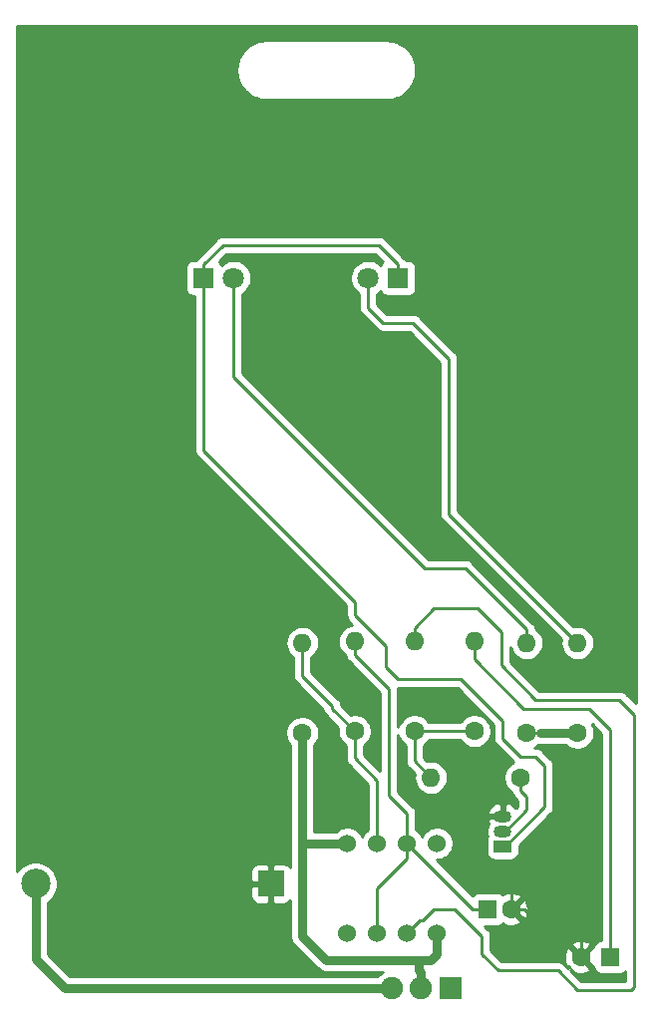
<source format=gtl>
G04 #@! TF.GenerationSoftware,KiCad,Pcbnew,5.1.1-8be2ce7~80~ubuntu18.04.1*
G04 #@! TF.CreationDate,2019-04-17T04:14:47-07:00*
G04 #@! TF.ProjectId,555_timer,3535355f-7469-46d6-9572-2e6b69636164,v01*
G04 #@! TF.SameCoordinates,Original*
G04 #@! TF.FileFunction,Copper,L1,Top*
G04 #@! TF.FilePolarity,Positive*
%FSLAX46Y46*%
G04 Gerber Fmt 4.6, Leading zero omitted, Abs format (unit mm)*
G04 Created by KiCad (PCBNEW 5.1.1-8be2ce7~80~ubuntu18.04.1) date 2019-04-17 04:14:47*
%MOMM*%
%LPD*%
G04 APERTURE LIST*
%ADD10C,1.800000*%
%ADD11R,1.800000X1.800000*%
%ADD12R,2.170000X2.170000*%
%ADD13C,2.500000*%
%ADD14R,1.600000X1.600000*%
%ADD15C,1.600000*%
%ADD16O,1.500000X1.050000*%
%ADD17R,1.500000X1.050000*%
%ADD18O,1.600000X1.600000*%
%ADD19R,1.900000X1.900000*%
%ADD20C,1.900000*%
%ADD21C,1.524000*%
%ADD22C,0.762000*%
%ADD23C,0.254000*%
G04 APERTURE END LIST*
D10*
X157480000Y-63500000D03*
D11*
X160020000Y-63500000D03*
D12*
X149225000Y-114935000D03*
D13*
X129225000Y-114935000D03*
D14*
X167640000Y-117094000D03*
D15*
X169640000Y-117094000D03*
D14*
X178054000Y-121158000D03*
D15*
X175554000Y-121158000D03*
D11*
X143510000Y-63500000D03*
D10*
X146050000Y-63500000D03*
D16*
X168910000Y-110490000D03*
X168910000Y-109220000D03*
D17*
X168910000Y-111760000D03*
D18*
X151892000Y-94488000D03*
D15*
X151892000Y-102108000D03*
X156337000Y-101981000D03*
D18*
X156337000Y-94361000D03*
D15*
X161417000Y-101981000D03*
D18*
X161417000Y-94361000D03*
D15*
X166497000Y-101981000D03*
D18*
X166497000Y-94361000D03*
X162814000Y-105918000D03*
D15*
X170434000Y-105918000D03*
X170942000Y-102108000D03*
D18*
X170942000Y-94488000D03*
X175260000Y-94488000D03*
D15*
X175260000Y-102108000D03*
D19*
X164465000Y-123825000D03*
D20*
X161965000Y-123825000D03*
X159465000Y-123825000D03*
D21*
X155702000Y-119126000D03*
X158242000Y-119126000D03*
X160782000Y-119126000D03*
X163322000Y-119126000D03*
X163322000Y-111506000D03*
X160782000Y-111506000D03*
X158242000Y-111506000D03*
X155702000Y-111506000D03*
D22*
X159465000Y-123825000D02*
X131699000Y-123825000D01*
X129225000Y-121351000D02*
X129225000Y-114935000D01*
X131699000Y-123825000D02*
X129225000Y-121351000D01*
D23*
X166370000Y-117094000D02*
X167640000Y-117094000D01*
X160782000Y-111506000D02*
X166370000Y-117094000D01*
X158242000Y-119126000D02*
X158242000Y-115316000D01*
X160782000Y-112776000D02*
X160782000Y-111506000D01*
X158242000Y-115316000D02*
X160782000Y-112776000D01*
X156337000Y-95492370D02*
X159258000Y-98413370D01*
X156337000Y-94361000D02*
X156337000Y-95492370D01*
X159258000Y-98413370D02*
X159258000Y-107442000D01*
X160782000Y-108966000D02*
X160782000Y-111506000D01*
X159258000Y-107442000D02*
X160782000Y-108966000D01*
X170771370Y-117094000D02*
X172041370Y-118364000D01*
X169640000Y-117094000D02*
X170771370Y-117094000D01*
X172041370Y-118364000D02*
X174244000Y-118364000D01*
X175554000Y-119674000D02*
X175554000Y-121158000D01*
X174244000Y-118364000D02*
X175554000Y-119674000D01*
X167906000Y-109220000D02*
X167132000Y-109994000D01*
X168910000Y-109220000D02*
X167906000Y-109220000D01*
X167132000Y-109994000D02*
X167132000Y-113030000D01*
X169640000Y-115538000D02*
X169640000Y-117094000D01*
X167132000Y-113030000D02*
X169640000Y-115538000D01*
X176276000Y-100076000D02*
X178054000Y-101854000D01*
X170688000Y-100076000D02*
X176276000Y-100076000D01*
X178054000Y-101854000D02*
X178054000Y-121158000D01*
X166497000Y-95885000D02*
X170688000Y-100076000D01*
X166497000Y-94361000D02*
X166497000Y-95885000D01*
X160020000Y-62346000D02*
X158380000Y-60706000D01*
X160020000Y-63500000D02*
X160020000Y-62346000D01*
X143510000Y-62346000D02*
X143510000Y-63500000D01*
X145150000Y-60706000D02*
X143510000Y-62346000D01*
X158380000Y-60706000D02*
X145150000Y-60706000D01*
X172466000Y-104902000D02*
X172466000Y-108429000D01*
X172466000Y-108429000D02*
X169135000Y-111760000D01*
X143510000Y-78121962D02*
X156392019Y-91003981D01*
X160020000Y-97536000D02*
X165354000Y-97536000D01*
X169135000Y-111760000D02*
X168910000Y-111760000D01*
X156392019Y-92130019D02*
X159004000Y-94742000D01*
X156392019Y-91003981D02*
X156392019Y-92130019D01*
X171704000Y-104140000D02*
X172466000Y-104902000D01*
X170434000Y-104140000D02*
X171704000Y-104140000D01*
X159004000Y-96520000D02*
X160020000Y-97536000D01*
X168910000Y-102616000D02*
X170434000Y-104140000D01*
X168910000Y-101092000D02*
X168910000Y-102616000D01*
X159004000Y-94742000D02*
X159004000Y-96520000D01*
X165354000Y-97536000D02*
X168910000Y-101092000D01*
X143510000Y-63500000D02*
X143510000Y-78121962D01*
X146050000Y-71882000D02*
X146050000Y-71628000D01*
X162306000Y-88138000D02*
X146050000Y-71882000D01*
X165723370Y-88138000D02*
X162306000Y-88138000D01*
X146050000Y-71628000D02*
X146050000Y-63500000D01*
X170942000Y-94488000D02*
X170942000Y-93356630D01*
X170942000Y-93356630D02*
X165723370Y-88138000D01*
X157480000Y-66040000D02*
X157480000Y-63500000D01*
X161290000Y-67310000D02*
X158750000Y-67310000D01*
X158750000Y-67310000D02*
X157480000Y-66040000D01*
X164338000Y-70358000D02*
X161290000Y-67310000D01*
X164338000Y-83566000D02*
X164338000Y-70358000D01*
X175260000Y-94488000D02*
X164338000Y-83566000D01*
X170434000Y-107049370D02*
X170942000Y-107557370D01*
X170434000Y-105918000D02*
X170434000Y-107049370D01*
X169135000Y-110490000D02*
X168910000Y-110490000D01*
X170942000Y-108683000D02*
X169135000Y-110490000D01*
X170942000Y-107557370D02*
X170942000Y-108683000D01*
X151892000Y-94488000D02*
X151892000Y-97282000D01*
X151892000Y-97282000D02*
X154432000Y-99822000D01*
X154432000Y-100076000D02*
X156337000Y-101981000D01*
X154432000Y-99822000D02*
X154432000Y-100076000D01*
X156337000Y-101981000D02*
X156337000Y-104267000D01*
X158242000Y-106172000D02*
X158242000Y-111506000D01*
X156337000Y-104267000D02*
X158242000Y-106172000D01*
D22*
X155702000Y-111506000D02*
X154432000Y-111506000D01*
X151892000Y-108966000D02*
X151892000Y-102108000D01*
X172073370Y-102108000D02*
X175260000Y-102108000D01*
D23*
X170942000Y-102108000D02*
X172073370Y-102108000D01*
D22*
X154432000Y-111506000D02*
X151892000Y-111506000D01*
X151892000Y-108966000D02*
X151892000Y-111506000D01*
X163322000Y-120904000D02*
X163322000Y-119126000D01*
X162814000Y-121412000D02*
X163322000Y-120904000D01*
X151892000Y-111506000D02*
X151892000Y-119380000D01*
X151892000Y-119380000D02*
X153924000Y-121412000D01*
X153924000Y-121412000D02*
X161798000Y-121412000D01*
X161798000Y-121412000D02*
X162814000Y-121412000D01*
X161798000Y-122314498D02*
X161798000Y-121412000D01*
X161965000Y-122481498D02*
X161798000Y-122314498D01*
X161965000Y-123825000D02*
X161965000Y-122481498D01*
D23*
X161417000Y-104521000D02*
X162814000Y-105918000D01*
X161417000Y-101981000D02*
X161417000Y-104521000D01*
X161417000Y-101981000D02*
X166497000Y-101981000D01*
X180086000Y-123698000D02*
X179832000Y-123952000D01*
X179832000Y-123952000D02*
X175260000Y-123952000D01*
X175260000Y-123952000D02*
X173593001Y-122285001D01*
X168513001Y-122285001D02*
X167132000Y-120904000D01*
X173593001Y-122285001D02*
X168513001Y-122285001D01*
X178816000Y-99314000D02*
X180086000Y-100584000D01*
X161417000Y-93229630D02*
X163068000Y-91578630D01*
X167132000Y-120904000D02*
X167132000Y-119380000D01*
X167132000Y-119380000D02*
X164846000Y-117094000D01*
X164846000Y-117094000D02*
X163068000Y-117094000D01*
X168783000Y-96393000D02*
X171704000Y-99314000D01*
X162125001Y-118036999D02*
X161871001Y-118036999D01*
X171704000Y-99314000D02*
X178816000Y-99314000D01*
X161871001Y-118036999D02*
X160782000Y-119126000D01*
X163068000Y-117094000D02*
X162125001Y-118036999D01*
X168783000Y-93599000D02*
X168783000Y-96393000D01*
X166762630Y-91578630D02*
X168783000Y-93599000D01*
X163068000Y-91578630D02*
X166762630Y-91578630D01*
X161417000Y-94361000D02*
X161417000Y-93229630D01*
X180086000Y-100584000D02*
X180086000Y-123698000D01*
G36*
X168148000Y-101407631D02*
G01*
X168148001Y-102578567D01*
X168144314Y-102616000D01*
X168159027Y-102765378D01*
X168202599Y-102909015D01*
X168273355Y-103041392D01*
X168341150Y-103124000D01*
X168368579Y-103157422D01*
X168397649Y-103181279D01*
X169830935Y-104614566D01*
X169754273Y-104646320D01*
X169519241Y-104803363D01*
X169319363Y-105003241D01*
X169162320Y-105238273D01*
X169054147Y-105499426D01*
X168999000Y-105776665D01*
X168999000Y-106059335D01*
X169054147Y-106336574D01*
X169162320Y-106597727D01*
X169319363Y-106832759D01*
X169519241Y-107032637D01*
X169677052Y-107138083D01*
X169683027Y-107198748D01*
X169726599Y-107342385D01*
X169797355Y-107474762D01*
X169868721Y-107561721D01*
X169892579Y-107590792D01*
X169921649Y-107614649D01*
X170180000Y-107873000D01*
X170180001Y-108367368D01*
X170049724Y-108497645D01*
X170020184Y-108455742D01*
X169854076Y-108297736D01*
X169660334Y-108175172D01*
X169446404Y-108092761D01*
X169220507Y-108053669D01*
X169037000Y-108213402D01*
X169037000Y-109093000D01*
X169057000Y-109093000D01*
X169057000Y-109330000D01*
X168628021Y-109330000D01*
X168457600Y-109346785D01*
X168456891Y-109347000D01*
X167691837Y-109347000D01*
X167566036Y-109525810D01*
X167574728Y-109587337D01*
X167667725Y-109796882D01*
X167708929Y-109855331D01*
X167608115Y-110043940D01*
X167541785Y-110262600D01*
X167519388Y-110490000D01*
X167541785Y-110717400D01*
X167605093Y-110926098D01*
X167570498Y-110990820D01*
X167534188Y-111110518D01*
X167521928Y-111235000D01*
X167521928Y-112285000D01*
X167534188Y-112409482D01*
X167570498Y-112529180D01*
X167629463Y-112639494D01*
X167708815Y-112736185D01*
X167805506Y-112815537D01*
X167915820Y-112874502D01*
X168035518Y-112910812D01*
X168160000Y-112923072D01*
X169660000Y-112923072D01*
X169784482Y-112910812D01*
X169904180Y-112874502D01*
X170014494Y-112815537D01*
X170111185Y-112736185D01*
X170190537Y-112639494D01*
X170249502Y-112529180D01*
X170285812Y-112409482D01*
X170298072Y-112285000D01*
X170298072Y-111674558D01*
X172978352Y-108994279D01*
X173007422Y-108970422D01*
X173102645Y-108854392D01*
X173173402Y-108722015D01*
X173216974Y-108578378D01*
X173228000Y-108466426D01*
X173228000Y-108466424D01*
X173231686Y-108429001D01*
X173228000Y-108391578D01*
X173228000Y-104939423D01*
X173231686Y-104902000D01*
X173228000Y-104864574D01*
X173216974Y-104752622D01*
X173173402Y-104608985D01*
X173126373Y-104521000D01*
X173102645Y-104476607D01*
X173031279Y-104389648D01*
X173007422Y-104360578D01*
X172978353Y-104336722D01*
X172269284Y-103627653D01*
X172245422Y-103598578D01*
X172129392Y-103503355D01*
X171997015Y-103432598D01*
X171853378Y-103389026D01*
X171741426Y-103378000D01*
X171741423Y-103378000D01*
X171704000Y-103374314D01*
X171666577Y-103378000D01*
X171624241Y-103378000D01*
X171856759Y-103222637D01*
X171961499Y-103117897D01*
X172023468Y-103124000D01*
X174246604Y-103124000D01*
X174345241Y-103222637D01*
X174580273Y-103379680D01*
X174841426Y-103487853D01*
X175118665Y-103543000D01*
X175401335Y-103543000D01*
X175678574Y-103487853D01*
X175939727Y-103379680D01*
X176174759Y-103222637D01*
X176374637Y-103022759D01*
X176531680Y-102787727D01*
X176639853Y-102526574D01*
X176695000Y-102249335D01*
X176695000Y-101966665D01*
X176639853Y-101689426D01*
X176531680Y-101428273D01*
X176493495Y-101371125D01*
X177292000Y-102169630D01*
X177292001Y-119719928D01*
X177254000Y-119719928D01*
X177129518Y-119732188D01*
X177009820Y-119768498D01*
X176899506Y-119827463D01*
X176802815Y-119906815D01*
X176723463Y-120003506D01*
X176664498Y-120113820D01*
X176628188Y-120233518D01*
X176615928Y-120358000D01*
X176615928Y-120365215D01*
X176546702Y-120344903D01*
X175733605Y-121158000D01*
X176546702Y-121971097D01*
X176615928Y-121950785D01*
X176615928Y-121958000D01*
X176628188Y-122082482D01*
X176664498Y-122202180D01*
X176723463Y-122312494D01*
X176802815Y-122409185D01*
X176899506Y-122488537D01*
X177009820Y-122547502D01*
X177129518Y-122583812D01*
X177254000Y-122596072D01*
X178854000Y-122596072D01*
X178978482Y-122583812D01*
X179098180Y-122547502D01*
X179208494Y-122488537D01*
X179305185Y-122409185D01*
X179324001Y-122386258D01*
X179324001Y-123190000D01*
X175575630Y-123190000D01*
X174638619Y-122252989D01*
X174740903Y-122150704D01*
X174812486Y-122394671D01*
X175067996Y-122515571D01*
X175342184Y-122584300D01*
X175624512Y-122598217D01*
X175904130Y-122556787D01*
X176170292Y-122461603D01*
X176295514Y-122394671D01*
X176367097Y-122150702D01*
X175554000Y-121337605D01*
X175539858Y-121351748D01*
X175360253Y-121172143D01*
X175374395Y-121158000D01*
X174561298Y-120344903D01*
X174317329Y-120416486D01*
X174196429Y-120671996D01*
X174127700Y-120946184D01*
X174113783Y-121228512D01*
X174155213Y-121508130D01*
X174250397Y-121774292D01*
X174317329Y-121899514D01*
X174561296Y-121971097D01*
X174459011Y-122073381D01*
X174158285Y-121772655D01*
X174134423Y-121743579D01*
X174018393Y-121648356D01*
X173886016Y-121577599D01*
X173742379Y-121534027D01*
X173630427Y-121523001D01*
X173630424Y-121523001D01*
X173593001Y-121519315D01*
X173555578Y-121523001D01*
X168828632Y-121523001D01*
X167894000Y-120588370D01*
X167894000Y-120165298D01*
X174740903Y-120165298D01*
X175554000Y-120978395D01*
X176367097Y-120165298D01*
X176295514Y-119921329D01*
X176040004Y-119800429D01*
X175765816Y-119731700D01*
X175483488Y-119717783D01*
X175203870Y-119759213D01*
X174937708Y-119854397D01*
X174812486Y-119921329D01*
X174740903Y-120165298D01*
X167894000Y-120165298D01*
X167894000Y-119417422D01*
X167897686Y-119379999D01*
X167894000Y-119342574D01*
X167882974Y-119230622D01*
X167839402Y-119086985D01*
X167768645Y-118954608D01*
X167673422Y-118838578D01*
X167644352Y-118814721D01*
X167361703Y-118532072D01*
X168440000Y-118532072D01*
X168564482Y-118519812D01*
X168684180Y-118483502D01*
X168794494Y-118424537D01*
X168891185Y-118345185D01*
X168901807Y-118332242D01*
X169153996Y-118451571D01*
X169428184Y-118520300D01*
X169710512Y-118534217D01*
X169990130Y-118492787D01*
X170256292Y-118397603D01*
X170381514Y-118330671D01*
X170453097Y-118086702D01*
X169640000Y-117273605D01*
X169625858Y-117287748D01*
X169446253Y-117108143D01*
X169460395Y-117094000D01*
X169819605Y-117094000D01*
X170632702Y-117907097D01*
X170876671Y-117835514D01*
X170997571Y-117580004D01*
X171066300Y-117305816D01*
X171080217Y-117023488D01*
X171038787Y-116743870D01*
X170943603Y-116477708D01*
X170876671Y-116352486D01*
X170632702Y-116280903D01*
X169819605Y-117094000D01*
X169460395Y-117094000D01*
X169446253Y-117079858D01*
X169625858Y-116900253D01*
X169640000Y-116914395D01*
X170453097Y-116101298D01*
X170381514Y-115857329D01*
X170126004Y-115736429D01*
X169851816Y-115667700D01*
X169569488Y-115653783D01*
X169289870Y-115695213D01*
X169023708Y-115790397D01*
X168901691Y-115855616D01*
X168891185Y-115842815D01*
X168794494Y-115763463D01*
X168684180Y-115704498D01*
X168564482Y-115668188D01*
X168440000Y-115655928D01*
X166840000Y-115655928D01*
X166715518Y-115668188D01*
X166595820Y-115704498D01*
X166485506Y-115763463D01*
X166388815Y-115842815D01*
X166309463Y-115939506D01*
X166303776Y-115950145D01*
X163256630Y-112903000D01*
X163459592Y-112903000D01*
X163729490Y-112849314D01*
X163983727Y-112744005D01*
X164212535Y-112591120D01*
X164407120Y-112396535D01*
X164560005Y-112167727D01*
X164665314Y-111913490D01*
X164719000Y-111643592D01*
X164719000Y-111368408D01*
X164665314Y-111098510D01*
X164560005Y-110844273D01*
X164407120Y-110615465D01*
X164212535Y-110420880D01*
X163983727Y-110267995D01*
X163729490Y-110162686D01*
X163459592Y-110109000D01*
X163184408Y-110109000D01*
X162914510Y-110162686D01*
X162660273Y-110267995D01*
X162431465Y-110420880D01*
X162236880Y-110615465D01*
X162083995Y-110844273D01*
X162052000Y-110921515D01*
X162020005Y-110844273D01*
X161867120Y-110615465D01*
X161672535Y-110420880D01*
X161544000Y-110334995D01*
X161544000Y-109003422D01*
X161547686Y-108965999D01*
X161542583Y-108914190D01*
X167566036Y-108914190D01*
X167691837Y-109093000D01*
X168783000Y-109093000D01*
X168783000Y-108213402D01*
X168599493Y-108053669D01*
X168373596Y-108092761D01*
X168159666Y-108175172D01*
X167965924Y-108297736D01*
X167799816Y-108455742D01*
X167667725Y-108643118D01*
X167574728Y-108852663D01*
X167566036Y-108914190D01*
X161542583Y-108914190D01*
X161532974Y-108816622D01*
X161489402Y-108672985D01*
X161418645Y-108540608D01*
X161323422Y-108424578D01*
X161294353Y-108400722D01*
X160020000Y-107126370D01*
X160020000Y-102313371D01*
X160037147Y-102399574D01*
X160145320Y-102660727D01*
X160302363Y-102895759D01*
X160502241Y-103095637D01*
X160655000Y-103197707D01*
X160655001Y-104483567D01*
X160651314Y-104521000D01*
X160666027Y-104670378D01*
X160709599Y-104814015D01*
X160780355Y-104946392D01*
X160851175Y-105032686D01*
X160875579Y-105062422D01*
X160904649Y-105086279D01*
X161412634Y-105594264D01*
X161399764Y-105636691D01*
X161372057Y-105918000D01*
X161399764Y-106199309D01*
X161481818Y-106469808D01*
X161615068Y-106719101D01*
X161794392Y-106937608D01*
X162012899Y-107116932D01*
X162262192Y-107250182D01*
X162532691Y-107332236D01*
X162743508Y-107353000D01*
X162884492Y-107353000D01*
X163095309Y-107332236D01*
X163365808Y-107250182D01*
X163615101Y-107116932D01*
X163833608Y-106937608D01*
X164012932Y-106719101D01*
X164146182Y-106469808D01*
X164228236Y-106199309D01*
X164255943Y-105918000D01*
X164228236Y-105636691D01*
X164146182Y-105366192D01*
X164012932Y-105116899D01*
X163833608Y-104898392D01*
X163615101Y-104719068D01*
X163365808Y-104585818D01*
X163095309Y-104503764D01*
X162884492Y-104483000D01*
X162743508Y-104483000D01*
X162532691Y-104503764D01*
X162490264Y-104516634D01*
X162179000Y-104205370D01*
X162179000Y-103197707D01*
X162331759Y-103095637D01*
X162531637Y-102895759D01*
X162633707Y-102743000D01*
X165280293Y-102743000D01*
X165382363Y-102895759D01*
X165582241Y-103095637D01*
X165817273Y-103252680D01*
X166078426Y-103360853D01*
X166355665Y-103416000D01*
X166638335Y-103416000D01*
X166915574Y-103360853D01*
X167176727Y-103252680D01*
X167411759Y-103095637D01*
X167611637Y-102895759D01*
X167768680Y-102660727D01*
X167876853Y-102399574D01*
X167932000Y-102122335D01*
X167932000Y-101839665D01*
X167876853Y-101562426D01*
X167768680Y-101301273D01*
X167611637Y-101066241D01*
X167411759Y-100866363D01*
X167176727Y-100709320D01*
X166915574Y-100601147D01*
X166638335Y-100546000D01*
X166355665Y-100546000D01*
X166078426Y-100601147D01*
X165817273Y-100709320D01*
X165582241Y-100866363D01*
X165382363Y-101066241D01*
X165280293Y-101219000D01*
X162633707Y-101219000D01*
X162531637Y-101066241D01*
X162331759Y-100866363D01*
X162096727Y-100709320D01*
X161835574Y-100601147D01*
X161558335Y-100546000D01*
X161275665Y-100546000D01*
X160998426Y-100601147D01*
X160737273Y-100709320D01*
X160502241Y-100866363D01*
X160302363Y-101066241D01*
X160145320Y-101301273D01*
X160037147Y-101562426D01*
X160020000Y-101648629D01*
X160020000Y-98450793D01*
X160023686Y-98413370D01*
X160012614Y-98300959D01*
X160020000Y-98301686D01*
X160057423Y-98298000D01*
X165038370Y-98298000D01*
X168148000Y-101407631D01*
X168148000Y-101407631D01*
G37*
X168148000Y-101407631D02*
X168148001Y-102578567D01*
X168144314Y-102616000D01*
X168159027Y-102765378D01*
X168202599Y-102909015D01*
X168273355Y-103041392D01*
X168341150Y-103124000D01*
X168368579Y-103157422D01*
X168397649Y-103181279D01*
X169830935Y-104614566D01*
X169754273Y-104646320D01*
X169519241Y-104803363D01*
X169319363Y-105003241D01*
X169162320Y-105238273D01*
X169054147Y-105499426D01*
X168999000Y-105776665D01*
X168999000Y-106059335D01*
X169054147Y-106336574D01*
X169162320Y-106597727D01*
X169319363Y-106832759D01*
X169519241Y-107032637D01*
X169677052Y-107138083D01*
X169683027Y-107198748D01*
X169726599Y-107342385D01*
X169797355Y-107474762D01*
X169868721Y-107561721D01*
X169892579Y-107590792D01*
X169921649Y-107614649D01*
X170180000Y-107873000D01*
X170180001Y-108367368D01*
X170049724Y-108497645D01*
X170020184Y-108455742D01*
X169854076Y-108297736D01*
X169660334Y-108175172D01*
X169446404Y-108092761D01*
X169220507Y-108053669D01*
X169037000Y-108213402D01*
X169037000Y-109093000D01*
X169057000Y-109093000D01*
X169057000Y-109330000D01*
X168628021Y-109330000D01*
X168457600Y-109346785D01*
X168456891Y-109347000D01*
X167691837Y-109347000D01*
X167566036Y-109525810D01*
X167574728Y-109587337D01*
X167667725Y-109796882D01*
X167708929Y-109855331D01*
X167608115Y-110043940D01*
X167541785Y-110262600D01*
X167519388Y-110490000D01*
X167541785Y-110717400D01*
X167605093Y-110926098D01*
X167570498Y-110990820D01*
X167534188Y-111110518D01*
X167521928Y-111235000D01*
X167521928Y-112285000D01*
X167534188Y-112409482D01*
X167570498Y-112529180D01*
X167629463Y-112639494D01*
X167708815Y-112736185D01*
X167805506Y-112815537D01*
X167915820Y-112874502D01*
X168035518Y-112910812D01*
X168160000Y-112923072D01*
X169660000Y-112923072D01*
X169784482Y-112910812D01*
X169904180Y-112874502D01*
X170014494Y-112815537D01*
X170111185Y-112736185D01*
X170190537Y-112639494D01*
X170249502Y-112529180D01*
X170285812Y-112409482D01*
X170298072Y-112285000D01*
X170298072Y-111674558D01*
X172978352Y-108994279D01*
X173007422Y-108970422D01*
X173102645Y-108854392D01*
X173173402Y-108722015D01*
X173216974Y-108578378D01*
X173228000Y-108466426D01*
X173228000Y-108466424D01*
X173231686Y-108429001D01*
X173228000Y-108391578D01*
X173228000Y-104939423D01*
X173231686Y-104902000D01*
X173228000Y-104864574D01*
X173216974Y-104752622D01*
X173173402Y-104608985D01*
X173126373Y-104521000D01*
X173102645Y-104476607D01*
X173031279Y-104389648D01*
X173007422Y-104360578D01*
X172978353Y-104336722D01*
X172269284Y-103627653D01*
X172245422Y-103598578D01*
X172129392Y-103503355D01*
X171997015Y-103432598D01*
X171853378Y-103389026D01*
X171741426Y-103378000D01*
X171741423Y-103378000D01*
X171704000Y-103374314D01*
X171666577Y-103378000D01*
X171624241Y-103378000D01*
X171856759Y-103222637D01*
X171961499Y-103117897D01*
X172023468Y-103124000D01*
X174246604Y-103124000D01*
X174345241Y-103222637D01*
X174580273Y-103379680D01*
X174841426Y-103487853D01*
X175118665Y-103543000D01*
X175401335Y-103543000D01*
X175678574Y-103487853D01*
X175939727Y-103379680D01*
X176174759Y-103222637D01*
X176374637Y-103022759D01*
X176531680Y-102787727D01*
X176639853Y-102526574D01*
X176695000Y-102249335D01*
X176695000Y-101966665D01*
X176639853Y-101689426D01*
X176531680Y-101428273D01*
X176493495Y-101371125D01*
X177292000Y-102169630D01*
X177292001Y-119719928D01*
X177254000Y-119719928D01*
X177129518Y-119732188D01*
X177009820Y-119768498D01*
X176899506Y-119827463D01*
X176802815Y-119906815D01*
X176723463Y-120003506D01*
X176664498Y-120113820D01*
X176628188Y-120233518D01*
X176615928Y-120358000D01*
X176615928Y-120365215D01*
X176546702Y-120344903D01*
X175733605Y-121158000D01*
X176546702Y-121971097D01*
X176615928Y-121950785D01*
X176615928Y-121958000D01*
X176628188Y-122082482D01*
X176664498Y-122202180D01*
X176723463Y-122312494D01*
X176802815Y-122409185D01*
X176899506Y-122488537D01*
X177009820Y-122547502D01*
X177129518Y-122583812D01*
X177254000Y-122596072D01*
X178854000Y-122596072D01*
X178978482Y-122583812D01*
X179098180Y-122547502D01*
X179208494Y-122488537D01*
X179305185Y-122409185D01*
X179324001Y-122386258D01*
X179324001Y-123190000D01*
X175575630Y-123190000D01*
X174638619Y-122252989D01*
X174740903Y-122150704D01*
X174812486Y-122394671D01*
X175067996Y-122515571D01*
X175342184Y-122584300D01*
X175624512Y-122598217D01*
X175904130Y-122556787D01*
X176170292Y-122461603D01*
X176295514Y-122394671D01*
X176367097Y-122150702D01*
X175554000Y-121337605D01*
X175539858Y-121351748D01*
X175360253Y-121172143D01*
X175374395Y-121158000D01*
X174561298Y-120344903D01*
X174317329Y-120416486D01*
X174196429Y-120671996D01*
X174127700Y-120946184D01*
X174113783Y-121228512D01*
X174155213Y-121508130D01*
X174250397Y-121774292D01*
X174317329Y-121899514D01*
X174561296Y-121971097D01*
X174459011Y-122073381D01*
X174158285Y-121772655D01*
X174134423Y-121743579D01*
X174018393Y-121648356D01*
X173886016Y-121577599D01*
X173742379Y-121534027D01*
X173630427Y-121523001D01*
X173630424Y-121523001D01*
X173593001Y-121519315D01*
X173555578Y-121523001D01*
X168828632Y-121523001D01*
X167894000Y-120588370D01*
X167894000Y-120165298D01*
X174740903Y-120165298D01*
X175554000Y-120978395D01*
X176367097Y-120165298D01*
X176295514Y-119921329D01*
X176040004Y-119800429D01*
X175765816Y-119731700D01*
X175483488Y-119717783D01*
X175203870Y-119759213D01*
X174937708Y-119854397D01*
X174812486Y-119921329D01*
X174740903Y-120165298D01*
X167894000Y-120165298D01*
X167894000Y-119417422D01*
X167897686Y-119379999D01*
X167894000Y-119342574D01*
X167882974Y-119230622D01*
X167839402Y-119086985D01*
X167768645Y-118954608D01*
X167673422Y-118838578D01*
X167644352Y-118814721D01*
X167361703Y-118532072D01*
X168440000Y-118532072D01*
X168564482Y-118519812D01*
X168684180Y-118483502D01*
X168794494Y-118424537D01*
X168891185Y-118345185D01*
X168901807Y-118332242D01*
X169153996Y-118451571D01*
X169428184Y-118520300D01*
X169710512Y-118534217D01*
X169990130Y-118492787D01*
X170256292Y-118397603D01*
X170381514Y-118330671D01*
X170453097Y-118086702D01*
X169640000Y-117273605D01*
X169625858Y-117287748D01*
X169446253Y-117108143D01*
X169460395Y-117094000D01*
X169819605Y-117094000D01*
X170632702Y-117907097D01*
X170876671Y-117835514D01*
X170997571Y-117580004D01*
X171066300Y-117305816D01*
X171080217Y-117023488D01*
X171038787Y-116743870D01*
X170943603Y-116477708D01*
X170876671Y-116352486D01*
X170632702Y-116280903D01*
X169819605Y-117094000D01*
X169460395Y-117094000D01*
X169446253Y-117079858D01*
X169625858Y-116900253D01*
X169640000Y-116914395D01*
X170453097Y-116101298D01*
X170381514Y-115857329D01*
X170126004Y-115736429D01*
X169851816Y-115667700D01*
X169569488Y-115653783D01*
X169289870Y-115695213D01*
X169023708Y-115790397D01*
X168901691Y-115855616D01*
X168891185Y-115842815D01*
X168794494Y-115763463D01*
X168684180Y-115704498D01*
X168564482Y-115668188D01*
X168440000Y-115655928D01*
X166840000Y-115655928D01*
X166715518Y-115668188D01*
X166595820Y-115704498D01*
X166485506Y-115763463D01*
X166388815Y-115842815D01*
X166309463Y-115939506D01*
X166303776Y-115950145D01*
X163256630Y-112903000D01*
X163459592Y-112903000D01*
X163729490Y-112849314D01*
X163983727Y-112744005D01*
X164212535Y-112591120D01*
X164407120Y-112396535D01*
X164560005Y-112167727D01*
X164665314Y-111913490D01*
X164719000Y-111643592D01*
X164719000Y-111368408D01*
X164665314Y-111098510D01*
X164560005Y-110844273D01*
X164407120Y-110615465D01*
X164212535Y-110420880D01*
X163983727Y-110267995D01*
X163729490Y-110162686D01*
X163459592Y-110109000D01*
X163184408Y-110109000D01*
X162914510Y-110162686D01*
X162660273Y-110267995D01*
X162431465Y-110420880D01*
X162236880Y-110615465D01*
X162083995Y-110844273D01*
X162052000Y-110921515D01*
X162020005Y-110844273D01*
X161867120Y-110615465D01*
X161672535Y-110420880D01*
X161544000Y-110334995D01*
X161544000Y-109003422D01*
X161547686Y-108965999D01*
X161542583Y-108914190D01*
X167566036Y-108914190D01*
X167691837Y-109093000D01*
X168783000Y-109093000D01*
X168783000Y-108213402D01*
X168599493Y-108053669D01*
X168373596Y-108092761D01*
X168159666Y-108175172D01*
X167965924Y-108297736D01*
X167799816Y-108455742D01*
X167667725Y-108643118D01*
X167574728Y-108852663D01*
X167566036Y-108914190D01*
X161542583Y-108914190D01*
X161532974Y-108816622D01*
X161489402Y-108672985D01*
X161418645Y-108540608D01*
X161323422Y-108424578D01*
X161294353Y-108400722D01*
X160020000Y-107126370D01*
X160020000Y-102313371D01*
X160037147Y-102399574D01*
X160145320Y-102660727D01*
X160302363Y-102895759D01*
X160502241Y-103095637D01*
X160655000Y-103197707D01*
X160655001Y-104483567D01*
X160651314Y-104521000D01*
X160666027Y-104670378D01*
X160709599Y-104814015D01*
X160780355Y-104946392D01*
X160851175Y-105032686D01*
X160875579Y-105062422D01*
X160904649Y-105086279D01*
X161412634Y-105594264D01*
X161399764Y-105636691D01*
X161372057Y-105918000D01*
X161399764Y-106199309D01*
X161481818Y-106469808D01*
X161615068Y-106719101D01*
X161794392Y-106937608D01*
X162012899Y-107116932D01*
X162262192Y-107250182D01*
X162532691Y-107332236D01*
X162743508Y-107353000D01*
X162884492Y-107353000D01*
X163095309Y-107332236D01*
X163365808Y-107250182D01*
X163615101Y-107116932D01*
X163833608Y-106937608D01*
X164012932Y-106719101D01*
X164146182Y-106469808D01*
X164228236Y-106199309D01*
X164255943Y-105918000D01*
X164228236Y-105636691D01*
X164146182Y-105366192D01*
X164012932Y-105116899D01*
X163833608Y-104898392D01*
X163615101Y-104719068D01*
X163365808Y-104585818D01*
X163095309Y-104503764D01*
X162884492Y-104483000D01*
X162743508Y-104483000D01*
X162532691Y-104503764D01*
X162490264Y-104516634D01*
X162179000Y-104205370D01*
X162179000Y-103197707D01*
X162331759Y-103095637D01*
X162531637Y-102895759D01*
X162633707Y-102743000D01*
X165280293Y-102743000D01*
X165382363Y-102895759D01*
X165582241Y-103095637D01*
X165817273Y-103252680D01*
X166078426Y-103360853D01*
X166355665Y-103416000D01*
X166638335Y-103416000D01*
X166915574Y-103360853D01*
X167176727Y-103252680D01*
X167411759Y-103095637D01*
X167611637Y-102895759D01*
X167768680Y-102660727D01*
X167876853Y-102399574D01*
X167932000Y-102122335D01*
X167932000Y-101839665D01*
X167876853Y-101562426D01*
X167768680Y-101301273D01*
X167611637Y-101066241D01*
X167411759Y-100866363D01*
X167176727Y-100709320D01*
X166915574Y-100601147D01*
X166638335Y-100546000D01*
X166355665Y-100546000D01*
X166078426Y-100601147D01*
X165817273Y-100709320D01*
X165582241Y-100866363D01*
X165382363Y-101066241D01*
X165280293Y-101219000D01*
X162633707Y-101219000D01*
X162531637Y-101066241D01*
X162331759Y-100866363D01*
X162096727Y-100709320D01*
X161835574Y-100601147D01*
X161558335Y-100546000D01*
X161275665Y-100546000D01*
X160998426Y-100601147D01*
X160737273Y-100709320D01*
X160502241Y-100866363D01*
X160302363Y-101066241D01*
X160145320Y-101301273D01*
X160037147Y-101562426D01*
X160020000Y-101648629D01*
X160020000Y-98450793D01*
X160023686Y-98413370D01*
X160012614Y-98300959D01*
X160020000Y-98301686D01*
X160057423Y-98298000D01*
X165038370Y-98298000D01*
X168148000Y-101407631D01*
G36*
X180188000Y-99608370D02*
G01*
X179381284Y-98801654D01*
X179357422Y-98772578D01*
X179241392Y-98677355D01*
X179109015Y-98606598D01*
X178965378Y-98563026D01*
X178853426Y-98552000D01*
X178853423Y-98552000D01*
X178816000Y-98548314D01*
X178778577Y-98552000D01*
X172019631Y-98552000D01*
X169545000Y-96077370D01*
X169545000Y-94826129D01*
X169609818Y-95039808D01*
X169743068Y-95289101D01*
X169922392Y-95507608D01*
X170140899Y-95686932D01*
X170390192Y-95820182D01*
X170660691Y-95902236D01*
X170871508Y-95923000D01*
X171012492Y-95923000D01*
X171223309Y-95902236D01*
X171493808Y-95820182D01*
X171743101Y-95686932D01*
X171961608Y-95507608D01*
X172140932Y-95289101D01*
X172274182Y-95039808D01*
X172356236Y-94769309D01*
X172383943Y-94488000D01*
X172356236Y-94206691D01*
X172274182Y-93936192D01*
X172140932Y-93686899D01*
X171961608Y-93468392D01*
X171743101Y-93289068D01*
X171698694Y-93265332D01*
X171692974Y-93207252D01*
X171649402Y-93063615D01*
X171578645Y-92931238D01*
X171483422Y-92815208D01*
X171454352Y-92791351D01*
X166288654Y-87625654D01*
X166264792Y-87596578D01*
X166148762Y-87501355D01*
X166016385Y-87430598D01*
X165872748Y-87387026D01*
X165760796Y-87376000D01*
X165760793Y-87376000D01*
X165723370Y-87372314D01*
X165685947Y-87376000D01*
X162621630Y-87376000D01*
X146812000Y-71566370D01*
X146812000Y-64836976D01*
X147028505Y-64692312D01*
X147242312Y-64478505D01*
X147410299Y-64227095D01*
X147526011Y-63947743D01*
X147585000Y-63651184D01*
X147585000Y-63348816D01*
X147526011Y-63052257D01*
X147410299Y-62772905D01*
X147242312Y-62521495D01*
X147028505Y-62307688D01*
X146777095Y-62139701D01*
X146497743Y-62023989D01*
X146201184Y-61965000D01*
X145898816Y-61965000D01*
X145602257Y-62023989D01*
X145322905Y-62139701D01*
X145071495Y-62307688D01*
X145005056Y-62374127D01*
X144999502Y-62355820D01*
X144940537Y-62245506D01*
X144861185Y-62148815D01*
X144819239Y-62114391D01*
X145465631Y-61468000D01*
X158064370Y-61468000D01*
X158710761Y-62114391D01*
X158668815Y-62148815D01*
X158589463Y-62245506D01*
X158530498Y-62355820D01*
X158524944Y-62374127D01*
X158458505Y-62307688D01*
X158207095Y-62139701D01*
X157927743Y-62023989D01*
X157631184Y-61965000D01*
X157328816Y-61965000D01*
X157032257Y-62023989D01*
X156752905Y-62139701D01*
X156501495Y-62307688D01*
X156287688Y-62521495D01*
X156119701Y-62772905D01*
X156003989Y-63052257D01*
X155945000Y-63348816D01*
X155945000Y-63651184D01*
X156003989Y-63947743D01*
X156119701Y-64227095D01*
X156287688Y-64478505D01*
X156501495Y-64692312D01*
X156718000Y-64836977D01*
X156718000Y-66002577D01*
X156714314Y-66040000D01*
X156718000Y-66077423D01*
X156718000Y-66077425D01*
X156729026Y-66189377D01*
X156772598Y-66333014D01*
X156772599Y-66333015D01*
X156843355Y-66465392D01*
X156882983Y-66513678D01*
X156938578Y-66581422D01*
X156967654Y-66605284D01*
X158184720Y-67822351D01*
X158208578Y-67851422D01*
X158324608Y-67946645D01*
X158456985Y-68017402D01*
X158600622Y-68060974D01*
X158712574Y-68072000D01*
X158712576Y-68072000D01*
X158749999Y-68075686D01*
X158787422Y-68072000D01*
X160974370Y-68072000D01*
X163576001Y-70673632D01*
X163576000Y-83528577D01*
X163572314Y-83566000D01*
X163576000Y-83603423D01*
X163576000Y-83603425D01*
X163587026Y-83715377D01*
X163630598Y-83859014D01*
X163630599Y-83859015D01*
X163701355Y-83991392D01*
X163740983Y-84039678D01*
X163796578Y-84107422D01*
X163825654Y-84131284D01*
X173858634Y-94164264D01*
X173845764Y-94206691D01*
X173818057Y-94488000D01*
X173845764Y-94769309D01*
X173927818Y-95039808D01*
X174061068Y-95289101D01*
X174240392Y-95507608D01*
X174458899Y-95686932D01*
X174708192Y-95820182D01*
X174978691Y-95902236D01*
X175189508Y-95923000D01*
X175330492Y-95923000D01*
X175541309Y-95902236D01*
X175811808Y-95820182D01*
X176061101Y-95686932D01*
X176279608Y-95507608D01*
X176458932Y-95289101D01*
X176592182Y-95039808D01*
X176674236Y-94769309D01*
X176701943Y-94488000D01*
X176674236Y-94206691D01*
X176592182Y-93936192D01*
X176458932Y-93686899D01*
X176279608Y-93468392D01*
X176061101Y-93289068D01*
X175811808Y-93155818D01*
X175541309Y-93073764D01*
X175330492Y-93053000D01*
X175189508Y-93053000D01*
X174978691Y-93073764D01*
X174936264Y-93086634D01*
X165100000Y-83250370D01*
X165100000Y-70395423D01*
X165103686Y-70358000D01*
X165100000Y-70320574D01*
X165088974Y-70208622D01*
X165045402Y-70064985D01*
X165012465Y-70003364D01*
X164974645Y-69932607D01*
X164903279Y-69845648D01*
X164879422Y-69816578D01*
X164850352Y-69792721D01*
X161855284Y-66797654D01*
X161831422Y-66768578D01*
X161715392Y-66673355D01*
X161583015Y-66602598D01*
X161439378Y-66559026D01*
X161327426Y-66548000D01*
X161327423Y-66548000D01*
X161290000Y-66544314D01*
X161252577Y-66548000D01*
X159065631Y-66548000D01*
X158242000Y-65724370D01*
X158242000Y-64836976D01*
X158458505Y-64692312D01*
X158524944Y-64625873D01*
X158530498Y-64644180D01*
X158589463Y-64754494D01*
X158668815Y-64851185D01*
X158765506Y-64930537D01*
X158875820Y-64989502D01*
X158995518Y-65025812D01*
X159120000Y-65038072D01*
X160920000Y-65038072D01*
X161044482Y-65025812D01*
X161164180Y-64989502D01*
X161274494Y-64930537D01*
X161371185Y-64851185D01*
X161450537Y-64754494D01*
X161509502Y-64644180D01*
X161545812Y-64524482D01*
X161558072Y-64400000D01*
X161558072Y-62600000D01*
X161545812Y-62475518D01*
X161509502Y-62355820D01*
X161450537Y-62245506D01*
X161371185Y-62148815D01*
X161274494Y-62069463D01*
X161164180Y-62010498D01*
X161044482Y-61974188D01*
X160920000Y-61961928D01*
X160678731Y-61961928D01*
X160656645Y-61920608D01*
X160561422Y-61804578D01*
X160532352Y-61780721D01*
X158945284Y-60193654D01*
X158921422Y-60164578D01*
X158805392Y-60069355D01*
X158673015Y-59998598D01*
X158529378Y-59955026D01*
X158417426Y-59944000D01*
X158417423Y-59944000D01*
X158380000Y-59940314D01*
X158342577Y-59944000D01*
X145187422Y-59944000D01*
X145149999Y-59940314D01*
X145112576Y-59944000D01*
X145112574Y-59944000D01*
X145000622Y-59955026D01*
X144856985Y-59998598D01*
X144724608Y-60069355D01*
X144608578Y-60164578D01*
X144584721Y-60193648D01*
X142997654Y-61780716D01*
X142968578Y-61804578D01*
X142912983Y-61872322D01*
X142873355Y-61920608D01*
X142851269Y-61961928D01*
X142610000Y-61961928D01*
X142485518Y-61974188D01*
X142365820Y-62010498D01*
X142255506Y-62069463D01*
X142158815Y-62148815D01*
X142079463Y-62245506D01*
X142020498Y-62355820D01*
X141984188Y-62475518D01*
X141971928Y-62600000D01*
X141971928Y-64400000D01*
X141984188Y-64524482D01*
X142020498Y-64644180D01*
X142079463Y-64754494D01*
X142158815Y-64851185D01*
X142255506Y-64930537D01*
X142365820Y-64989502D01*
X142485518Y-65025812D01*
X142610000Y-65038072D01*
X142748000Y-65038072D01*
X142748001Y-78084529D01*
X142744314Y-78121962D01*
X142759027Y-78271340D01*
X142802599Y-78414977D01*
X142873355Y-78547354D01*
X142944721Y-78634313D01*
X142968579Y-78663384D01*
X142997649Y-78687241D01*
X155630019Y-91319612D01*
X155630020Y-92092586D01*
X155626333Y-92130019D01*
X155641046Y-92279397D01*
X155684618Y-92423034D01*
X155755374Y-92555411D01*
X155826740Y-92642370D01*
X155850598Y-92671441D01*
X155879668Y-92695298D01*
X156124370Y-92940000D01*
X156055691Y-92946764D01*
X155785192Y-93028818D01*
X155535899Y-93162068D01*
X155317392Y-93341392D01*
X155138068Y-93559899D01*
X155004818Y-93809192D01*
X154922764Y-94079691D01*
X154895057Y-94361000D01*
X154922764Y-94642309D01*
X155004818Y-94912808D01*
X155138068Y-95162101D01*
X155317392Y-95380608D01*
X155535899Y-95559932D01*
X155580306Y-95583668D01*
X155586027Y-95641748D01*
X155629599Y-95785385D01*
X155700355Y-95917762D01*
X155730687Y-95954721D01*
X155795579Y-96033792D01*
X155824649Y-96057649D01*
X158496000Y-98729001D01*
X158496001Y-105348370D01*
X157099000Y-103951370D01*
X157099000Y-103197707D01*
X157251759Y-103095637D01*
X157451637Y-102895759D01*
X157608680Y-102660727D01*
X157716853Y-102399574D01*
X157772000Y-102122335D01*
X157772000Y-101839665D01*
X157716853Y-101562426D01*
X157608680Y-101301273D01*
X157451637Y-101066241D01*
X157251759Y-100866363D01*
X157016727Y-100709320D01*
X156755574Y-100601147D01*
X156478335Y-100546000D01*
X156195665Y-100546000D01*
X156015473Y-100581843D01*
X155191356Y-99757726D01*
X155182974Y-99672622D01*
X155139402Y-99528985D01*
X155068645Y-99396608D01*
X154973422Y-99280578D01*
X154944353Y-99256722D01*
X152654000Y-96966370D01*
X152654000Y-95707832D01*
X152693101Y-95686932D01*
X152911608Y-95507608D01*
X153090932Y-95289101D01*
X153224182Y-95039808D01*
X153306236Y-94769309D01*
X153333943Y-94488000D01*
X153306236Y-94206691D01*
X153224182Y-93936192D01*
X153090932Y-93686899D01*
X152911608Y-93468392D01*
X152693101Y-93289068D01*
X152443808Y-93155818D01*
X152173309Y-93073764D01*
X151962492Y-93053000D01*
X151821508Y-93053000D01*
X151610691Y-93073764D01*
X151340192Y-93155818D01*
X151090899Y-93289068D01*
X150872392Y-93468392D01*
X150693068Y-93686899D01*
X150559818Y-93936192D01*
X150477764Y-94206691D01*
X150450057Y-94488000D01*
X150477764Y-94769309D01*
X150559818Y-95039808D01*
X150693068Y-95289101D01*
X150872392Y-95507608D01*
X151090899Y-95686932D01*
X151130000Y-95707832D01*
X151130001Y-97244567D01*
X151126314Y-97282000D01*
X151141027Y-97431378D01*
X151184599Y-97575015D01*
X151255355Y-97707392D01*
X151312256Y-97776725D01*
X151350579Y-97823422D01*
X151379649Y-97847279D01*
X153672644Y-100140275D01*
X153681026Y-100225378D01*
X153724598Y-100369015D01*
X153795355Y-100501392D01*
X153890578Y-100617422D01*
X153919653Y-100641283D01*
X154937843Y-101659473D01*
X154902000Y-101839665D01*
X154902000Y-102122335D01*
X154957147Y-102399574D01*
X155065320Y-102660727D01*
X155222363Y-102895759D01*
X155422241Y-103095637D01*
X155575001Y-103197707D01*
X155575001Y-104229567D01*
X155571314Y-104267000D01*
X155586027Y-104416378D01*
X155629599Y-104560015D01*
X155700355Y-104692392D01*
X155769500Y-104776645D01*
X155795579Y-104808422D01*
X155824649Y-104832279D01*
X157480000Y-106487631D01*
X157480001Y-110334995D01*
X157351465Y-110420880D01*
X157156880Y-110615465D01*
X157003995Y-110844273D01*
X156972000Y-110921515D01*
X156940005Y-110844273D01*
X156787120Y-110615465D01*
X156592535Y-110420880D01*
X156363727Y-110267995D01*
X156109490Y-110162686D01*
X155839592Y-110109000D01*
X155564408Y-110109000D01*
X155294510Y-110162686D01*
X155040273Y-110267995D01*
X154811465Y-110420880D01*
X154742345Y-110490000D01*
X152908000Y-110490000D01*
X152908000Y-103121396D01*
X153006637Y-103022759D01*
X153163680Y-102787727D01*
X153271853Y-102526574D01*
X153327000Y-102249335D01*
X153327000Y-101966665D01*
X153271853Y-101689426D01*
X153163680Y-101428273D01*
X153006637Y-101193241D01*
X152806759Y-100993363D01*
X152571727Y-100836320D01*
X152310574Y-100728147D01*
X152033335Y-100673000D01*
X151750665Y-100673000D01*
X151473426Y-100728147D01*
X151212273Y-100836320D01*
X150977241Y-100993363D01*
X150777363Y-101193241D01*
X150620320Y-101428273D01*
X150512147Y-101689426D01*
X150457000Y-101966665D01*
X150457000Y-102249335D01*
X150512147Y-102526574D01*
X150620320Y-102787727D01*
X150777363Y-103022759D01*
X150876001Y-103121397D01*
X150876000Y-108916098D01*
X150876000Y-108916099D01*
X150876001Y-111456088D01*
X150871085Y-111506000D01*
X150876000Y-111555902D01*
X150876000Y-113561852D01*
X150840537Y-113495506D01*
X150761185Y-113398815D01*
X150664494Y-113319463D01*
X150554180Y-113260498D01*
X150434482Y-113224188D01*
X150310000Y-113211928D01*
X149510750Y-113215000D01*
X149352000Y-113373750D01*
X149352000Y-114808000D01*
X149372000Y-114808000D01*
X149372000Y-115062000D01*
X149352000Y-115062000D01*
X149352000Y-116496250D01*
X149510750Y-116655000D01*
X150310000Y-116658072D01*
X150434482Y-116645812D01*
X150554180Y-116609502D01*
X150664494Y-116550537D01*
X150761185Y-116471185D01*
X150840537Y-116374494D01*
X150876001Y-116308147D01*
X150876001Y-119330088D01*
X150871085Y-119380000D01*
X150890702Y-119579170D01*
X150933401Y-119719928D01*
X150948799Y-119770687D01*
X151043141Y-119947190D01*
X151170105Y-120101896D01*
X151208868Y-120133708D01*
X153170292Y-122095133D01*
X153202104Y-122133896D01*
X153356810Y-122260860D01*
X153533313Y-122355202D01*
X153711270Y-122409185D01*
X153724829Y-122413298D01*
X153924000Y-122432915D01*
X153973902Y-122428000D01*
X158702833Y-122428000D01*
X158454621Y-122593850D01*
X158239471Y-122809000D01*
X132119841Y-122809000D01*
X130241000Y-120930160D01*
X130241000Y-116523201D01*
X130426618Y-116399175D01*
X130689175Y-116136618D01*
X130767096Y-116020000D01*
X147501928Y-116020000D01*
X147514188Y-116144482D01*
X147550498Y-116264180D01*
X147609463Y-116374494D01*
X147688815Y-116471185D01*
X147785506Y-116550537D01*
X147895820Y-116609502D01*
X148015518Y-116645812D01*
X148140000Y-116658072D01*
X148939250Y-116655000D01*
X149098000Y-116496250D01*
X149098000Y-115062000D01*
X147663750Y-115062000D01*
X147505000Y-115220750D01*
X147501928Y-116020000D01*
X130767096Y-116020000D01*
X130895466Y-115827882D01*
X131037561Y-115484834D01*
X131110000Y-115120656D01*
X131110000Y-114749344D01*
X131037561Y-114385166D01*
X130895466Y-114042118D01*
X130767097Y-113850000D01*
X147501928Y-113850000D01*
X147505000Y-114649250D01*
X147663750Y-114808000D01*
X149098000Y-114808000D01*
X149098000Y-113373750D01*
X148939250Y-113215000D01*
X148140000Y-113211928D01*
X148015518Y-113224188D01*
X147895820Y-113260498D01*
X147785506Y-113319463D01*
X147688815Y-113398815D01*
X147609463Y-113495506D01*
X147550498Y-113605820D01*
X147514188Y-113725518D01*
X147501928Y-113850000D01*
X130767097Y-113850000D01*
X130689175Y-113733382D01*
X130426618Y-113470825D01*
X130117882Y-113264534D01*
X129774834Y-113122439D01*
X129410656Y-113050000D01*
X129039344Y-113050000D01*
X128675166Y-113122439D01*
X128332118Y-113264534D01*
X128023382Y-113470825D01*
X127760825Y-113733382D01*
X127660000Y-113884277D01*
X127660000Y-45801595D01*
X146294012Y-45801595D01*
X146294422Y-45860299D01*
X146294012Y-45919003D01*
X146294894Y-45928003D01*
X146333757Y-46297757D01*
X146345563Y-46355274D01*
X146356561Y-46412926D01*
X146359175Y-46421584D01*
X146469117Y-46776747D01*
X146491874Y-46830883D01*
X146513857Y-46885293D01*
X146518102Y-46893278D01*
X146694934Y-47220323D01*
X146727766Y-47268999D01*
X146759906Y-47318114D01*
X146765622Y-47325122D01*
X147002611Y-47611592D01*
X147044267Y-47652958D01*
X147085338Y-47694899D01*
X147092306Y-47700663D01*
X147380423Y-47935646D01*
X147429336Y-47968144D01*
X147477758Y-48001299D01*
X147485708Y-48005597D01*
X147485712Y-48005600D01*
X147485716Y-48005602D01*
X147813985Y-48180145D01*
X147868261Y-48202516D01*
X147922215Y-48225642D01*
X147930852Y-48228315D01*
X147930856Y-48228317D01*
X147930860Y-48228318D01*
X148286777Y-48335775D01*
X148344338Y-48347173D01*
X148401787Y-48359384D01*
X148410778Y-48360329D01*
X148410780Y-48360329D01*
X148780796Y-48396609D01*
X148780809Y-48396609D01*
X148812191Y-48399700D01*
X159035809Y-48399700D01*
X159069080Y-48396423D01*
X159093803Y-48396423D01*
X159102796Y-48395478D01*
X159472270Y-48354035D01*
X159529710Y-48341826D01*
X159587278Y-48330427D01*
X159595917Y-48327753D01*
X159950304Y-48215335D01*
X160004293Y-48192195D01*
X160058536Y-48169838D01*
X160066491Y-48165537D01*
X160392294Y-47986425D01*
X160440740Y-47953253D01*
X160489627Y-47920773D01*
X160496590Y-47915012D01*
X160496596Y-47915008D01*
X160496601Y-47915003D01*
X160781403Y-47676026D01*
X160822470Y-47634090D01*
X160864132Y-47592719D01*
X160869847Y-47585711D01*
X161102813Y-47295960D01*
X161134962Y-47246832D01*
X161167785Y-47198170D01*
X161172030Y-47190185D01*
X161344279Y-46860703D01*
X161366282Y-46806243D01*
X161389019Y-46752156D01*
X161391633Y-46743498D01*
X161496605Y-46386833D01*
X161507611Y-46329137D01*
X161519409Y-46271665D01*
X161520290Y-46262672D01*
X161520292Y-46262663D01*
X161520292Y-46262655D01*
X161553988Y-45892405D01*
X161553578Y-45833701D01*
X161553988Y-45774998D01*
X161553106Y-45765998D01*
X161514243Y-45396243D01*
X161502430Y-45338696D01*
X161491438Y-45281073D01*
X161488825Y-45272416D01*
X161378883Y-44917252D01*
X161356114Y-44863088D01*
X161334143Y-44808706D01*
X161329898Y-44800722D01*
X161153066Y-44473677D01*
X161120234Y-44425001D01*
X161088094Y-44375886D01*
X161082378Y-44368878D01*
X160845389Y-44082408D01*
X160803733Y-44041042D01*
X160762662Y-43999101D01*
X160755694Y-43993337D01*
X160467577Y-43758354D01*
X160418664Y-43725856D01*
X160370242Y-43692701D01*
X160362292Y-43688403D01*
X160362288Y-43688400D01*
X160362284Y-43688398D01*
X160034015Y-43513855D01*
X159979753Y-43491490D01*
X159925784Y-43468358D01*
X159917145Y-43465684D01*
X159561223Y-43358224D01*
X159503626Y-43346819D01*
X159446213Y-43334616D01*
X159437223Y-43333671D01*
X159437219Y-43333671D01*
X159067204Y-43297391D01*
X159067191Y-43297391D01*
X159035809Y-43294300D01*
X148812191Y-43294300D01*
X148778920Y-43297577D01*
X148754197Y-43297577D01*
X148745204Y-43298522D01*
X148375730Y-43339965D01*
X148318265Y-43352180D01*
X148260722Y-43363573D01*
X148252083Y-43366247D01*
X147897696Y-43478665D01*
X147843720Y-43501799D01*
X147789463Y-43524162D01*
X147781509Y-43528463D01*
X147455706Y-43707575D01*
X147407277Y-43740735D01*
X147358372Y-43773227D01*
X147351410Y-43778988D01*
X147351404Y-43778992D01*
X147351399Y-43778997D01*
X147066597Y-44017974D01*
X147025511Y-44059929D01*
X146983868Y-44101282D01*
X146978158Y-44108284D01*
X146978153Y-44108289D01*
X146978149Y-44108294D01*
X146745187Y-44398040D01*
X146713042Y-44447163D01*
X146680215Y-44495831D01*
X146675973Y-44503811D01*
X146675970Y-44503815D01*
X146675970Y-44503816D01*
X146503721Y-44833297D01*
X146481722Y-44887745D01*
X146458981Y-44941844D01*
X146456367Y-44950501D01*
X146351395Y-45307167D01*
X146340389Y-45364863D01*
X146328591Y-45422335D01*
X146327710Y-45431328D01*
X146327708Y-45431337D01*
X146327708Y-45431345D01*
X146294012Y-45801595D01*
X127660000Y-45801595D01*
X127660000Y-42062000D01*
X180188001Y-42062000D01*
X180188000Y-99608370D01*
X180188000Y-99608370D01*
G37*
X180188000Y-99608370D02*
X179381284Y-98801654D01*
X179357422Y-98772578D01*
X179241392Y-98677355D01*
X179109015Y-98606598D01*
X178965378Y-98563026D01*
X178853426Y-98552000D01*
X178853423Y-98552000D01*
X178816000Y-98548314D01*
X178778577Y-98552000D01*
X172019631Y-98552000D01*
X169545000Y-96077370D01*
X169545000Y-94826129D01*
X169609818Y-95039808D01*
X169743068Y-95289101D01*
X169922392Y-95507608D01*
X170140899Y-95686932D01*
X170390192Y-95820182D01*
X170660691Y-95902236D01*
X170871508Y-95923000D01*
X171012492Y-95923000D01*
X171223309Y-95902236D01*
X171493808Y-95820182D01*
X171743101Y-95686932D01*
X171961608Y-95507608D01*
X172140932Y-95289101D01*
X172274182Y-95039808D01*
X172356236Y-94769309D01*
X172383943Y-94488000D01*
X172356236Y-94206691D01*
X172274182Y-93936192D01*
X172140932Y-93686899D01*
X171961608Y-93468392D01*
X171743101Y-93289068D01*
X171698694Y-93265332D01*
X171692974Y-93207252D01*
X171649402Y-93063615D01*
X171578645Y-92931238D01*
X171483422Y-92815208D01*
X171454352Y-92791351D01*
X166288654Y-87625654D01*
X166264792Y-87596578D01*
X166148762Y-87501355D01*
X166016385Y-87430598D01*
X165872748Y-87387026D01*
X165760796Y-87376000D01*
X165760793Y-87376000D01*
X165723370Y-87372314D01*
X165685947Y-87376000D01*
X162621630Y-87376000D01*
X146812000Y-71566370D01*
X146812000Y-64836976D01*
X147028505Y-64692312D01*
X147242312Y-64478505D01*
X147410299Y-64227095D01*
X147526011Y-63947743D01*
X147585000Y-63651184D01*
X147585000Y-63348816D01*
X147526011Y-63052257D01*
X147410299Y-62772905D01*
X147242312Y-62521495D01*
X147028505Y-62307688D01*
X146777095Y-62139701D01*
X146497743Y-62023989D01*
X146201184Y-61965000D01*
X145898816Y-61965000D01*
X145602257Y-62023989D01*
X145322905Y-62139701D01*
X145071495Y-62307688D01*
X145005056Y-62374127D01*
X144999502Y-62355820D01*
X144940537Y-62245506D01*
X144861185Y-62148815D01*
X144819239Y-62114391D01*
X145465631Y-61468000D01*
X158064370Y-61468000D01*
X158710761Y-62114391D01*
X158668815Y-62148815D01*
X158589463Y-62245506D01*
X158530498Y-62355820D01*
X158524944Y-62374127D01*
X158458505Y-62307688D01*
X158207095Y-62139701D01*
X157927743Y-62023989D01*
X157631184Y-61965000D01*
X157328816Y-61965000D01*
X157032257Y-62023989D01*
X156752905Y-62139701D01*
X156501495Y-62307688D01*
X156287688Y-62521495D01*
X156119701Y-62772905D01*
X156003989Y-63052257D01*
X155945000Y-63348816D01*
X155945000Y-63651184D01*
X156003989Y-63947743D01*
X156119701Y-64227095D01*
X156287688Y-64478505D01*
X156501495Y-64692312D01*
X156718000Y-64836977D01*
X156718000Y-66002577D01*
X156714314Y-66040000D01*
X156718000Y-66077423D01*
X156718000Y-66077425D01*
X156729026Y-66189377D01*
X156772598Y-66333014D01*
X156772599Y-66333015D01*
X156843355Y-66465392D01*
X156882983Y-66513678D01*
X156938578Y-66581422D01*
X156967654Y-66605284D01*
X158184720Y-67822351D01*
X158208578Y-67851422D01*
X158324608Y-67946645D01*
X158456985Y-68017402D01*
X158600622Y-68060974D01*
X158712574Y-68072000D01*
X158712576Y-68072000D01*
X158749999Y-68075686D01*
X158787422Y-68072000D01*
X160974370Y-68072000D01*
X163576001Y-70673632D01*
X163576000Y-83528577D01*
X163572314Y-83566000D01*
X163576000Y-83603423D01*
X163576000Y-83603425D01*
X163587026Y-83715377D01*
X163630598Y-83859014D01*
X163630599Y-83859015D01*
X163701355Y-83991392D01*
X163740983Y-84039678D01*
X163796578Y-84107422D01*
X163825654Y-84131284D01*
X173858634Y-94164264D01*
X173845764Y-94206691D01*
X173818057Y-94488000D01*
X173845764Y-94769309D01*
X173927818Y-95039808D01*
X174061068Y-95289101D01*
X174240392Y-95507608D01*
X174458899Y-95686932D01*
X174708192Y-95820182D01*
X174978691Y-95902236D01*
X175189508Y-95923000D01*
X175330492Y-95923000D01*
X175541309Y-95902236D01*
X175811808Y-95820182D01*
X176061101Y-95686932D01*
X176279608Y-95507608D01*
X176458932Y-95289101D01*
X176592182Y-95039808D01*
X176674236Y-94769309D01*
X176701943Y-94488000D01*
X176674236Y-94206691D01*
X176592182Y-93936192D01*
X176458932Y-93686899D01*
X176279608Y-93468392D01*
X176061101Y-93289068D01*
X175811808Y-93155818D01*
X175541309Y-93073764D01*
X175330492Y-93053000D01*
X175189508Y-93053000D01*
X174978691Y-93073764D01*
X174936264Y-93086634D01*
X165100000Y-83250370D01*
X165100000Y-70395423D01*
X165103686Y-70358000D01*
X165100000Y-70320574D01*
X165088974Y-70208622D01*
X165045402Y-70064985D01*
X165012465Y-70003364D01*
X164974645Y-69932607D01*
X164903279Y-69845648D01*
X164879422Y-69816578D01*
X164850352Y-69792721D01*
X161855284Y-66797654D01*
X161831422Y-66768578D01*
X161715392Y-66673355D01*
X161583015Y-66602598D01*
X161439378Y-66559026D01*
X161327426Y-66548000D01*
X161327423Y-66548000D01*
X161290000Y-66544314D01*
X161252577Y-66548000D01*
X159065631Y-66548000D01*
X158242000Y-65724370D01*
X158242000Y-64836976D01*
X158458505Y-64692312D01*
X158524944Y-64625873D01*
X158530498Y-64644180D01*
X158589463Y-64754494D01*
X158668815Y-64851185D01*
X158765506Y-64930537D01*
X158875820Y-64989502D01*
X158995518Y-65025812D01*
X159120000Y-65038072D01*
X160920000Y-65038072D01*
X161044482Y-65025812D01*
X161164180Y-64989502D01*
X161274494Y-64930537D01*
X161371185Y-64851185D01*
X161450537Y-64754494D01*
X161509502Y-64644180D01*
X161545812Y-64524482D01*
X161558072Y-64400000D01*
X161558072Y-62600000D01*
X161545812Y-62475518D01*
X161509502Y-62355820D01*
X161450537Y-62245506D01*
X161371185Y-62148815D01*
X161274494Y-62069463D01*
X161164180Y-62010498D01*
X161044482Y-61974188D01*
X160920000Y-61961928D01*
X160678731Y-61961928D01*
X160656645Y-61920608D01*
X160561422Y-61804578D01*
X160532352Y-61780721D01*
X158945284Y-60193654D01*
X158921422Y-60164578D01*
X158805392Y-60069355D01*
X158673015Y-59998598D01*
X158529378Y-59955026D01*
X158417426Y-59944000D01*
X158417423Y-59944000D01*
X158380000Y-59940314D01*
X158342577Y-59944000D01*
X145187422Y-59944000D01*
X145149999Y-59940314D01*
X145112576Y-59944000D01*
X145112574Y-59944000D01*
X145000622Y-59955026D01*
X144856985Y-59998598D01*
X144724608Y-60069355D01*
X144608578Y-60164578D01*
X144584721Y-60193648D01*
X142997654Y-61780716D01*
X142968578Y-61804578D01*
X142912983Y-61872322D01*
X142873355Y-61920608D01*
X142851269Y-61961928D01*
X142610000Y-61961928D01*
X142485518Y-61974188D01*
X142365820Y-62010498D01*
X142255506Y-62069463D01*
X142158815Y-62148815D01*
X142079463Y-62245506D01*
X142020498Y-62355820D01*
X141984188Y-62475518D01*
X141971928Y-62600000D01*
X141971928Y-64400000D01*
X141984188Y-64524482D01*
X142020498Y-64644180D01*
X142079463Y-64754494D01*
X142158815Y-64851185D01*
X142255506Y-64930537D01*
X142365820Y-64989502D01*
X142485518Y-65025812D01*
X142610000Y-65038072D01*
X142748000Y-65038072D01*
X142748001Y-78084529D01*
X142744314Y-78121962D01*
X142759027Y-78271340D01*
X142802599Y-78414977D01*
X142873355Y-78547354D01*
X142944721Y-78634313D01*
X142968579Y-78663384D01*
X142997649Y-78687241D01*
X155630019Y-91319612D01*
X155630020Y-92092586D01*
X155626333Y-92130019D01*
X155641046Y-92279397D01*
X155684618Y-92423034D01*
X155755374Y-92555411D01*
X155826740Y-92642370D01*
X155850598Y-92671441D01*
X155879668Y-92695298D01*
X156124370Y-92940000D01*
X156055691Y-92946764D01*
X155785192Y-93028818D01*
X155535899Y-93162068D01*
X155317392Y-93341392D01*
X155138068Y-93559899D01*
X155004818Y-93809192D01*
X154922764Y-94079691D01*
X154895057Y-94361000D01*
X154922764Y-94642309D01*
X155004818Y-94912808D01*
X155138068Y-95162101D01*
X155317392Y-95380608D01*
X155535899Y-95559932D01*
X155580306Y-95583668D01*
X155586027Y-95641748D01*
X155629599Y-95785385D01*
X155700355Y-95917762D01*
X155730687Y-95954721D01*
X155795579Y-96033792D01*
X155824649Y-96057649D01*
X158496000Y-98729001D01*
X158496001Y-105348370D01*
X157099000Y-103951370D01*
X157099000Y-103197707D01*
X157251759Y-103095637D01*
X157451637Y-102895759D01*
X157608680Y-102660727D01*
X157716853Y-102399574D01*
X157772000Y-102122335D01*
X157772000Y-101839665D01*
X157716853Y-101562426D01*
X157608680Y-101301273D01*
X157451637Y-101066241D01*
X157251759Y-100866363D01*
X157016727Y-100709320D01*
X156755574Y-100601147D01*
X156478335Y-100546000D01*
X156195665Y-100546000D01*
X156015473Y-100581843D01*
X155191356Y-99757726D01*
X155182974Y-99672622D01*
X155139402Y-99528985D01*
X155068645Y-99396608D01*
X154973422Y-99280578D01*
X154944353Y-99256722D01*
X152654000Y-96966370D01*
X152654000Y-95707832D01*
X152693101Y-95686932D01*
X152911608Y-95507608D01*
X153090932Y-95289101D01*
X153224182Y-95039808D01*
X153306236Y-94769309D01*
X153333943Y-94488000D01*
X153306236Y-94206691D01*
X153224182Y-93936192D01*
X153090932Y-93686899D01*
X152911608Y-93468392D01*
X152693101Y-93289068D01*
X152443808Y-93155818D01*
X152173309Y-93073764D01*
X151962492Y-93053000D01*
X151821508Y-93053000D01*
X151610691Y-93073764D01*
X151340192Y-93155818D01*
X151090899Y-93289068D01*
X150872392Y-93468392D01*
X150693068Y-93686899D01*
X150559818Y-93936192D01*
X150477764Y-94206691D01*
X150450057Y-94488000D01*
X150477764Y-94769309D01*
X150559818Y-95039808D01*
X150693068Y-95289101D01*
X150872392Y-95507608D01*
X151090899Y-95686932D01*
X151130000Y-95707832D01*
X151130001Y-97244567D01*
X151126314Y-97282000D01*
X151141027Y-97431378D01*
X151184599Y-97575015D01*
X151255355Y-97707392D01*
X151312256Y-97776725D01*
X151350579Y-97823422D01*
X151379649Y-97847279D01*
X153672644Y-100140275D01*
X153681026Y-100225378D01*
X153724598Y-100369015D01*
X153795355Y-100501392D01*
X153890578Y-100617422D01*
X153919653Y-100641283D01*
X154937843Y-101659473D01*
X154902000Y-101839665D01*
X154902000Y-102122335D01*
X154957147Y-102399574D01*
X155065320Y-102660727D01*
X155222363Y-102895759D01*
X155422241Y-103095637D01*
X155575001Y-103197707D01*
X155575001Y-104229567D01*
X155571314Y-104267000D01*
X155586027Y-104416378D01*
X155629599Y-104560015D01*
X155700355Y-104692392D01*
X155769500Y-104776645D01*
X155795579Y-104808422D01*
X155824649Y-104832279D01*
X157480000Y-106487631D01*
X157480001Y-110334995D01*
X157351465Y-110420880D01*
X157156880Y-110615465D01*
X157003995Y-110844273D01*
X156972000Y-110921515D01*
X156940005Y-110844273D01*
X156787120Y-110615465D01*
X156592535Y-110420880D01*
X156363727Y-110267995D01*
X156109490Y-110162686D01*
X155839592Y-110109000D01*
X155564408Y-110109000D01*
X155294510Y-110162686D01*
X155040273Y-110267995D01*
X154811465Y-110420880D01*
X154742345Y-110490000D01*
X152908000Y-110490000D01*
X152908000Y-103121396D01*
X153006637Y-103022759D01*
X153163680Y-102787727D01*
X153271853Y-102526574D01*
X153327000Y-102249335D01*
X153327000Y-101966665D01*
X153271853Y-101689426D01*
X153163680Y-101428273D01*
X153006637Y-101193241D01*
X152806759Y-100993363D01*
X152571727Y-100836320D01*
X152310574Y-100728147D01*
X152033335Y-100673000D01*
X151750665Y-100673000D01*
X151473426Y-100728147D01*
X151212273Y-100836320D01*
X150977241Y-100993363D01*
X150777363Y-101193241D01*
X150620320Y-101428273D01*
X150512147Y-101689426D01*
X150457000Y-101966665D01*
X150457000Y-102249335D01*
X150512147Y-102526574D01*
X150620320Y-102787727D01*
X150777363Y-103022759D01*
X150876001Y-103121397D01*
X150876000Y-108916098D01*
X150876000Y-108916099D01*
X150876001Y-111456088D01*
X150871085Y-111506000D01*
X150876000Y-111555902D01*
X150876000Y-113561852D01*
X150840537Y-113495506D01*
X150761185Y-113398815D01*
X150664494Y-113319463D01*
X150554180Y-113260498D01*
X150434482Y-113224188D01*
X150310000Y-113211928D01*
X149510750Y-113215000D01*
X149352000Y-113373750D01*
X149352000Y-114808000D01*
X149372000Y-114808000D01*
X149372000Y-115062000D01*
X149352000Y-115062000D01*
X149352000Y-116496250D01*
X149510750Y-116655000D01*
X150310000Y-116658072D01*
X150434482Y-116645812D01*
X150554180Y-116609502D01*
X150664494Y-116550537D01*
X150761185Y-116471185D01*
X150840537Y-116374494D01*
X150876001Y-116308147D01*
X150876001Y-119330088D01*
X150871085Y-119380000D01*
X150890702Y-119579170D01*
X150933401Y-119719928D01*
X150948799Y-119770687D01*
X151043141Y-119947190D01*
X151170105Y-120101896D01*
X151208868Y-120133708D01*
X153170292Y-122095133D01*
X153202104Y-122133896D01*
X153356810Y-122260860D01*
X153533313Y-122355202D01*
X153711270Y-122409185D01*
X153724829Y-122413298D01*
X153924000Y-122432915D01*
X153973902Y-122428000D01*
X158702833Y-122428000D01*
X158454621Y-122593850D01*
X158239471Y-122809000D01*
X132119841Y-122809000D01*
X130241000Y-120930160D01*
X130241000Y-116523201D01*
X130426618Y-116399175D01*
X130689175Y-116136618D01*
X130767096Y-116020000D01*
X147501928Y-116020000D01*
X147514188Y-116144482D01*
X147550498Y-116264180D01*
X147609463Y-116374494D01*
X147688815Y-116471185D01*
X147785506Y-116550537D01*
X147895820Y-116609502D01*
X148015518Y-116645812D01*
X148140000Y-116658072D01*
X148939250Y-116655000D01*
X149098000Y-116496250D01*
X149098000Y-115062000D01*
X147663750Y-115062000D01*
X147505000Y-115220750D01*
X147501928Y-116020000D01*
X130767096Y-116020000D01*
X130895466Y-115827882D01*
X131037561Y-115484834D01*
X131110000Y-115120656D01*
X131110000Y-114749344D01*
X131037561Y-114385166D01*
X130895466Y-114042118D01*
X130767097Y-113850000D01*
X147501928Y-113850000D01*
X147505000Y-114649250D01*
X147663750Y-114808000D01*
X149098000Y-114808000D01*
X149098000Y-113373750D01*
X148939250Y-113215000D01*
X148140000Y-113211928D01*
X148015518Y-113224188D01*
X147895820Y-113260498D01*
X147785506Y-113319463D01*
X147688815Y-113398815D01*
X147609463Y-113495506D01*
X147550498Y-113605820D01*
X147514188Y-113725518D01*
X147501928Y-113850000D01*
X130767097Y-113850000D01*
X130689175Y-113733382D01*
X130426618Y-113470825D01*
X130117882Y-113264534D01*
X129774834Y-113122439D01*
X129410656Y-113050000D01*
X129039344Y-113050000D01*
X128675166Y-113122439D01*
X128332118Y-113264534D01*
X128023382Y-113470825D01*
X127760825Y-113733382D01*
X127660000Y-113884277D01*
X127660000Y-45801595D01*
X146294012Y-45801595D01*
X146294422Y-45860299D01*
X146294012Y-45919003D01*
X146294894Y-45928003D01*
X146333757Y-46297757D01*
X146345563Y-46355274D01*
X146356561Y-46412926D01*
X146359175Y-46421584D01*
X146469117Y-46776747D01*
X146491874Y-46830883D01*
X146513857Y-46885293D01*
X146518102Y-46893278D01*
X146694934Y-47220323D01*
X146727766Y-47268999D01*
X146759906Y-47318114D01*
X146765622Y-47325122D01*
X147002611Y-47611592D01*
X147044267Y-47652958D01*
X147085338Y-47694899D01*
X147092306Y-47700663D01*
X147380423Y-47935646D01*
X147429336Y-47968144D01*
X147477758Y-48001299D01*
X147485708Y-48005597D01*
X147485712Y-48005600D01*
X147485716Y-48005602D01*
X147813985Y-48180145D01*
X147868261Y-48202516D01*
X147922215Y-48225642D01*
X147930852Y-48228315D01*
X147930856Y-48228317D01*
X147930860Y-48228318D01*
X148286777Y-48335775D01*
X148344338Y-48347173D01*
X148401787Y-48359384D01*
X148410778Y-48360329D01*
X148410780Y-48360329D01*
X148780796Y-48396609D01*
X148780809Y-48396609D01*
X148812191Y-48399700D01*
X159035809Y-48399700D01*
X159069080Y-48396423D01*
X159093803Y-48396423D01*
X159102796Y-48395478D01*
X159472270Y-48354035D01*
X159529710Y-48341826D01*
X159587278Y-48330427D01*
X159595917Y-48327753D01*
X159950304Y-48215335D01*
X160004293Y-48192195D01*
X160058536Y-48169838D01*
X160066491Y-48165537D01*
X160392294Y-47986425D01*
X160440740Y-47953253D01*
X160489627Y-47920773D01*
X160496590Y-47915012D01*
X160496596Y-47915008D01*
X160496601Y-47915003D01*
X160781403Y-47676026D01*
X160822470Y-47634090D01*
X160864132Y-47592719D01*
X160869847Y-47585711D01*
X161102813Y-47295960D01*
X161134962Y-47246832D01*
X161167785Y-47198170D01*
X161172030Y-47190185D01*
X161344279Y-46860703D01*
X161366282Y-46806243D01*
X161389019Y-46752156D01*
X161391633Y-46743498D01*
X161496605Y-46386833D01*
X161507611Y-46329137D01*
X161519409Y-46271665D01*
X161520290Y-46262672D01*
X161520292Y-46262663D01*
X161520292Y-46262655D01*
X161553988Y-45892405D01*
X161553578Y-45833701D01*
X161553988Y-45774998D01*
X161553106Y-45765998D01*
X161514243Y-45396243D01*
X161502430Y-45338696D01*
X161491438Y-45281073D01*
X161488825Y-45272416D01*
X161378883Y-44917252D01*
X161356114Y-44863088D01*
X161334143Y-44808706D01*
X161329898Y-44800722D01*
X161153066Y-44473677D01*
X161120234Y-44425001D01*
X161088094Y-44375886D01*
X161082378Y-44368878D01*
X160845389Y-44082408D01*
X160803733Y-44041042D01*
X160762662Y-43999101D01*
X160755694Y-43993337D01*
X160467577Y-43758354D01*
X160418664Y-43725856D01*
X160370242Y-43692701D01*
X160362292Y-43688403D01*
X160362288Y-43688400D01*
X160362284Y-43688398D01*
X160034015Y-43513855D01*
X159979753Y-43491490D01*
X159925784Y-43468358D01*
X159917145Y-43465684D01*
X159561223Y-43358224D01*
X159503626Y-43346819D01*
X159446213Y-43334616D01*
X159437223Y-43333671D01*
X159437219Y-43333671D01*
X159067204Y-43297391D01*
X159067191Y-43297391D01*
X159035809Y-43294300D01*
X148812191Y-43294300D01*
X148778920Y-43297577D01*
X148754197Y-43297577D01*
X148745204Y-43298522D01*
X148375730Y-43339965D01*
X148318265Y-43352180D01*
X148260722Y-43363573D01*
X148252083Y-43366247D01*
X147897696Y-43478665D01*
X147843720Y-43501799D01*
X147789463Y-43524162D01*
X147781509Y-43528463D01*
X147455706Y-43707575D01*
X147407277Y-43740735D01*
X147358372Y-43773227D01*
X147351410Y-43778988D01*
X147351404Y-43778992D01*
X147351399Y-43778997D01*
X147066597Y-44017974D01*
X147025511Y-44059929D01*
X146983868Y-44101282D01*
X146978158Y-44108284D01*
X146978153Y-44108289D01*
X146978149Y-44108294D01*
X146745187Y-44398040D01*
X146713042Y-44447163D01*
X146680215Y-44495831D01*
X146675973Y-44503811D01*
X146675970Y-44503815D01*
X146675970Y-44503816D01*
X146503721Y-44833297D01*
X146481722Y-44887745D01*
X146458981Y-44941844D01*
X146456367Y-44950501D01*
X146351395Y-45307167D01*
X146340389Y-45364863D01*
X146328591Y-45422335D01*
X146327710Y-45431328D01*
X146327708Y-45431337D01*
X146327708Y-45431345D01*
X146294012Y-45801595D01*
X127660000Y-45801595D01*
X127660000Y-42062000D01*
X180188001Y-42062000D01*
X180188000Y-99608370D01*
M02*

</source>
